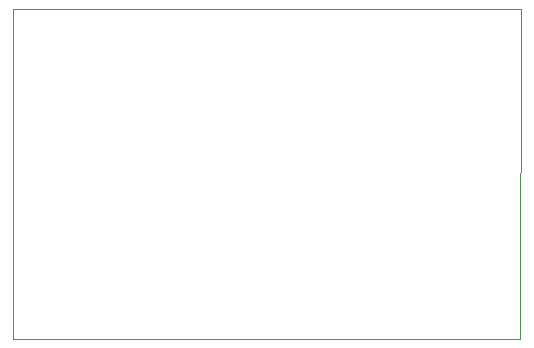
<source format=gbr>
G04 #@! TF.GenerationSoftware,KiCad,Pcbnew,(5.1.5-0-10_14)*
G04 #@! TF.CreationDate,2020-04-26T21:59:26+02:00*
G04 #@! TF.ProjectId,minimal,6d696e69-6d61-46c2-9e6b-696361645f70,rev?*
G04 #@! TF.SameCoordinates,Original*
G04 #@! TF.FileFunction,Profile,NP*
%FSLAX46Y46*%
G04 Gerber Fmt 4.6, Leading zero omitted, Abs format (unit mm)*
G04 Created by KiCad (PCBNEW (5.1.5-0-10_14)) date 2020-04-26 21:59:26*
%MOMM*%
%LPD*%
G04 APERTURE LIST*
%ADD10C,0.050000*%
G04 APERTURE END LIST*
D10*
X69750000Y-40000000D02*
X26750000Y-40000000D01*
X69700000Y-68000000D02*
X69750000Y-40000000D01*
X26750000Y-68000000D02*
X69700000Y-68000000D01*
X26750000Y-40000000D02*
X26750000Y-68000000D01*
M02*

</source>
